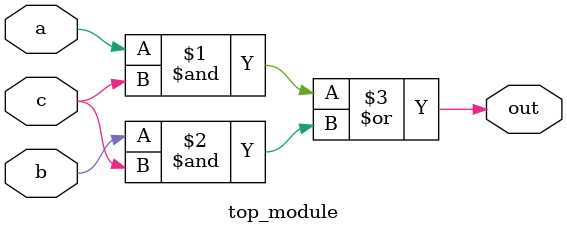
<source format=sv>
module top_module(
	input a, 
	input b,
	input c,
	output out
);
	
	assign out = (a & c) | (b & c);
	
endmodule

</source>
